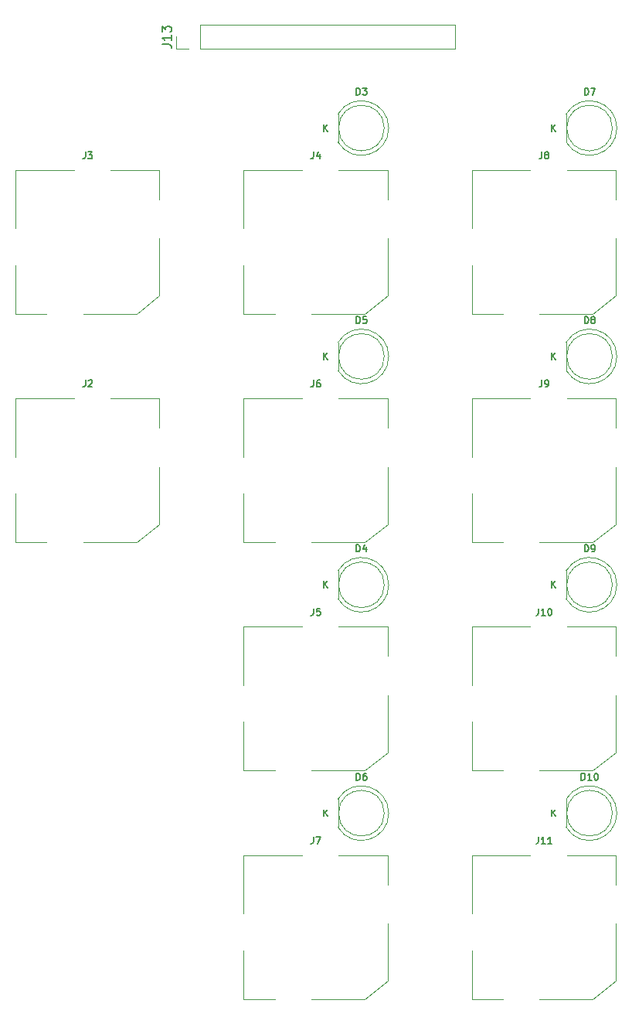
<source format=gto>
G04 #@! TF.GenerationSoftware,KiCad,Pcbnew,(6.0.5)*
G04 #@! TF.CreationDate,2022-11-21T20:26:23-06:00*
G04 #@! TF.ProjectId,KosmoClockMain,4b6f736d-6f43-46c6-9f63-6b4d61696e2e,rev?*
G04 #@! TF.SameCoordinates,Original*
G04 #@! TF.FileFunction,Legend,Top*
G04 #@! TF.FilePolarity,Positive*
%FSLAX46Y46*%
G04 Gerber Fmt 4.6, Leading zero omitted, Abs format (unit mm)*
G04 Created by KiCad (PCBNEW (6.0.5)) date 2022-11-21 20:26:23*
%MOMM*%
%LPD*%
G01*
G04 APERTURE LIST*
G04 Aperture macros list*
%AMRotRect*
0 Rectangle, with rotation*
0 The origin of the aperture is its center*
0 $1 length*
0 $2 width*
0 $3 Rotation angle, in degrees counterclockwise*
0 Add horizontal line*
21,1,$1,$2,0,0,$3*%
G04 Aperture macros list end*
%ADD10C,0.150000*%
%ADD11C,0.120000*%
%ADD12O,4.500001X2.500000*%
%ADD13O,2.500001X4.500001*%
%ADD14RotRect,4.500001X2.500001X45.000000*%
%ADD15O,2.500000X4.500000*%
%ADD16O,4.500000X2.500000*%
%ADD17R,1.800000X1.800000*%
%ADD18C,1.800000*%
%ADD19C,3.200000*%
%ADD20R,1.700000X1.700000*%
%ADD21O,1.700000X1.700000*%
%ADD22R,1.600000X1.600000*%
%ADD23O,1.600000X1.600000*%
%ADD24R,1.500000X1.500000*%
%ADD25C,1.500000*%
%ADD26C,1.600000*%
%ADD27R,2.400000X1.600000*%
%ADD28O,2.400000X1.600000*%
%ADD29R,1.905000X2.000000*%
%ADD30O,1.905000X2.000000*%
%ADD31R,1.727200X1.727200*%
%ADD32O,1.727200X1.727200*%
G04 APERTURE END LIST*
D10*
X162250000Y-115089285D02*
X162250000Y-115625000D01*
X162214285Y-115732142D01*
X162142857Y-115803571D01*
X162035714Y-115839285D01*
X161964285Y-115839285D01*
X162642857Y-115839285D02*
X162785714Y-115839285D01*
X162857142Y-115803571D01*
X162892857Y-115767857D01*
X162964285Y-115660714D01*
X163000000Y-115517857D01*
X163000000Y-115232142D01*
X162964285Y-115160714D01*
X162928571Y-115125000D01*
X162857142Y-115089285D01*
X162714285Y-115089285D01*
X162642857Y-115125000D01*
X162607142Y-115160714D01*
X162571428Y-115232142D01*
X162571428Y-115410714D01*
X162607142Y-115482142D01*
X162642857Y-115517857D01*
X162714285Y-115553571D01*
X162857142Y-115553571D01*
X162928571Y-115517857D01*
X162964285Y-115482142D01*
X163000000Y-115410714D01*
X112250000Y-90089285D02*
X112250000Y-90625000D01*
X112214285Y-90732142D01*
X112142857Y-90803571D01*
X112035714Y-90839285D01*
X111964285Y-90839285D01*
X112535714Y-90089285D02*
X113000000Y-90089285D01*
X112750000Y-90375000D01*
X112857142Y-90375000D01*
X112928571Y-90410714D01*
X112964285Y-90446428D01*
X113000000Y-90517857D01*
X113000000Y-90696428D01*
X112964285Y-90767857D01*
X112928571Y-90803571D01*
X112857142Y-90839285D01*
X112642857Y-90839285D01*
X112571428Y-90803571D01*
X112535714Y-90767857D01*
X162250000Y-90089285D02*
X162250000Y-90625000D01*
X162214285Y-90732142D01*
X162142857Y-90803571D01*
X162035714Y-90839285D01*
X161964285Y-90839285D01*
X162714285Y-90410714D02*
X162642857Y-90375000D01*
X162607142Y-90339285D01*
X162571428Y-90267857D01*
X162571428Y-90232142D01*
X162607142Y-90160714D01*
X162642857Y-90125000D01*
X162714285Y-90089285D01*
X162857142Y-90089285D01*
X162928571Y-90125000D01*
X162964285Y-90160714D01*
X163000000Y-90232142D01*
X163000000Y-90267857D01*
X162964285Y-90339285D01*
X162928571Y-90375000D01*
X162857142Y-90410714D01*
X162714285Y-90410714D01*
X162642857Y-90446428D01*
X162607142Y-90482142D01*
X162571428Y-90553571D01*
X162571428Y-90696428D01*
X162607142Y-90767857D01*
X162642857Y-90803571D01*
X162714285Y-90839285D01*
X162857142Y-90839285D01*
X162928571Y-90803571D01*
X162964285Y-90767857D01*
X163000000Y-90696428D01*
X163000000Y-90553571D01*
X162964285Y-90482142D01*
X162928571Y-90446428D01*
X162857142Y-90410714D01*
X161892857Y-140089285D02*
X161892857Y-140625000D01*
X161857142Y-140732142D01*
X161785714Y-140803571D01*
X161678571Y-140839285D01*
X161607142Y-140839285D01*
X162642857Y-140839285D02*
X162214285Y-140839285D01*
X162428571Y-140839285D02*
X162428571Y-140089285D01*
X162357142Y-140196428D01*
X162285714Y-140267857D01*
X162214285Y-140303571D01*
X163107142Y-140089285D02*
X163178571Y-140089285D01*
X163250000Y-140125000D01*
X163285714Y-140160714D01*
X163321428Y-140232142D01*
X163357142Y-140375000D01*
X163357142Y-140553571D01*
X163321428Y-140696428D01*
X163285714Y-140767857D01*
X163250000Y-140803571D01*
X163178571Y-140839285D01*
X163107142Y-140839285D01*
X163035714Y-140803571D01*
X163000000Y-140767857D01*
X162964285Y-140696428D01*
X162928571Y-140553571D01*
X162928571Y-140375000D01*
X162964285Y-140232142D01*
X163000000Y-140160714D01*
X163035714Y-140125000D01*
X163107142Y-140089285D01*
X137250000Y-140089285D02*
X137250000Y-140625000D01*
X137214285Y-140732142D01*
X137142857Y-140803571D01*
X137035714Y-140839285D01*
X136964285Y-140839285D01*
X137964285Y-140089285D02*
X137607142Y-140089285D01*
X137571428Y-140446428D01*
X137607142Y-140410714D01*
X137678571Y-140375000D01*
X137857142Y-140375000D01*
X137928571Y-140410714D01*
X137964285Y-140446428D01*
X138000000Y-140517857D01*
X138000000Y-140696428D01*
X137964285Y-140767857D01*
X137928571Y-140803571D01*
X137857142Y-140839285D01*
X137678571Y-140839285D01*
X137607142Y-140803571D01*
X137571428Y-140767857D01*
X112250000Y-115089285D02*
X112250000Y-115625000D01*
X112214285Y-115732142D01*
X112142857Y-115803571D01*
X112035714Y-115839285D01*
X111964285Y-115839285D01*
X112571428Y-115160714D02*
X112607142Y-115125000D01*
X112678571Y-115089285D01*
X112857142Y-115089285D01*
X112928571Y-115125000D01*
X112964285Y-115160714D01*
X113000000Y-115232142D01*
X113000000Y-115303571D01*
X112964285Y-115410714D01*
X112535714Y-115839285D01*
X113000000Y-115839285D01*
X137250000Y-165089285D02*
X137250000Y-165625000D01*
X137214285Y-165732142D01*
X137142857Y-165803571D01*
X137035714Y-165839285D01*
X136964285Y-165839285D01*
X137535714Y-165089285D02*
X138035714Y-165089285D01*
X137714285Y-165839285D01*
X137250000Y-115089285D02*
X137250000Y-115625000D01*
X137214285Y-115732142D01*
X137142857Y-115803571D01*
X137035714Y-115839285D01*
X136964285Y-115839285D01*
X137928571Y-115089285D02*
X137785714Y-115089285D01*
X137714285Y-115125000D01*
X137678571Y-115160714D01*
X137607142Y-115267857D01*
X137571428Y-115410714D01*
X137571428Y-115696428D01*
X137607142Y-115767857D01*
X137642857Y-115803571D01*
X137714285Y-115839285D01*
X137857142Y-115839285D01*
X137928571Y-115803571D01*
X137964285Y-115767857D01*
X138000000Y-115696428D01*
X138000000Y-115517857D01*
X137964285Y-115446428D01*
X137928571Y-115410714D01*
X137857142Y-115375000D01*
X137714285Y-115375000D01*
X137642857Y-115410714D01*
X137607142Y-115446428D01*
X137571428Y-115517857D01*
X161892857Y-165089285D02*
X161892857Y-165625000D01*
X161857142Y-165732142D01*
X161785714Y-165803571D01*
X161678571Y-165839285D01*
X161607142Y-165839285D01*
X162642857Y-165839285D02*
X162214285Y-165839285D01*
X162428571Y-165839285D02*
X162428571Y-165089285D01*
X162357142Y-165196428D01*
X162285714Y-165267857D01*
X162214285Y-165303571D01*
X163357142Y-165839285D02*
X162928571Y-165839285D01*
X163142857Y-165839285D02*
X163142857Y-165089285D01*
X163071428Y-165196428D01*
X163000000Y-165267857D01*
X162928571Y-165303571D01*
X137250000Y-90089285D02*
X137250000Y-90625000D01*
X137214285Y-90732142D01*
X137142857Y-90803571D01*
X137035714Y-90839285D01*
X136964285Y-90839285D01*
X137928571Y-90339285D02*
X137928571Y-90839285D01*
X137750000Y-90053571D02*
X137571428Y-90589285D01*
X138035714Y-90589285D01*
X141941428Y-83879285D02*
X141941428Y-83129285D01*
X142120000Y-83129285D01*
X142227142Y-83165000D01*
X142298571Y-83236428D01*
X142334285Y-83307857D01*
X142370000Y-83450714D01*
X142370000Y-83557857D01*
X142334285Y-83700714D01*
X142298571Y-83772142D01*
X142227142Y-83843571D01*
X142120000Y-83879285D01*
X141941428Y-83879285D01*
X142620000Y-83129285D02*
X143084285Y-83129285D01*
X142834285Y-83415000D01*
X142941428Y-83415000D01*
X143012857Y-83450714D01*
X143048571Y-83486428D01*
X143084285Y-83557857D01*
X143084285Y-83736428D01*
X143048571Y-83807857D01*
X143012857Y-83843571D01*
X142941428Y-83879285D01*
X142727142Y-83879285D01*
X142655714Y-83843571D01*
X142620000Y-83807857D01*
X138328571Y-87839285D02*
X138328571Y-87089285D01*
X138757142Y-87839285D02*
X138435714Y-87410714D01*
X138757142Y-87089285D02*
X138328571Y-87517857D01*
X141941428Y-108879285D02*
X141941428Y-108129285D01*
X142120000Y-108129285D01*
X142227142Y-108165000D01*
X142298571Y-108236428D01*
X142334285Y-108307857D01*
X142370000Y-108450714D01*
X142370000Y-108557857D01*
X142334285Y-108700714D01*
X142298571Y-108772142D01*
X142227142Y-108843571D01*
X142120000Y-108879285D01*
X141941428Y-108879285D01*
X143048571Y-108129285D02*
X142691428Y-108129285D01*
X142655714Y-108486428D01*
X142691428Y-108450714D01*
X142762857Y-108415000D01*
X142941428Y-108415000D01*
X143012857Y-108450714D01*
X143048571Y-108486428D01*
X143084285Y-108557857D01*
X143084285Y-108736428D01*
X143048571Y-108807857D01*
X143012857Y-108843571D01*
X142941428Y-108879285D01*
X142762857Y-108879285D01*
X142691428Y-108843571D01*
X142655714Y-108807857D01*
X138328571Y-112839285D02*
X138328571Y-112089285D01*
X138757142Y-112839285D02*
X138435714Y-112410714D01*
X138757142Y-112089285D02*
X138328571Y-112517857D01*
X141941428Y-158879285D02*
X141941428Y-158129285D01*
X142120000Y-158129285D01*
X142227142Y-158165000D01*
X142298571Y-158236428D01*
X142334285Y-158307857D01*
X142370000Y-158450714D01*
X142370000Y-158557857D01*
X142334285Y-158700714D01*
X142298571Y-158772142D01*
X142227142Y-158843571D01*
X142120000Y-158879285D01*
X141941428Y-158879285D01*
X143012857Y-158129285D02*
X142870000Y-158129285D01*
X142798571Y-158165000D01*
X142762857Y-158200714D01*
X142691428Y-158307857D01*
X142655714Y-158450714D01*
X142655714Y-158736428D01*
X142691428Y-158807857D01*
X142727142Y-158843571D01*
X142798571Y-158879285D01*
X142941428Y-158879285D01*
X143012857Y-158843571D01*
X143048571Y-158807857D01*
X143084285Y-158736428D01*
X143084285Y-158557857D01*
X143048571Y-158486428D01*
X143012857Y-158450714D01*
X142941428Y-158415000D01*
X142798571Y-158415000D01*
X142727142Y-158450714D01*
X142691428Y-158486428D01*
X142655714Y-158557857D01*
X138328571Y-162839285D02*
X138328571Y-162089285D01*
X138757142Y-162839285D02*
X138435714Y-162410714D01*
X138757142Y-162089285D02*
X138328571Y-162517857D01*
X120647380Y-78309523D02*
X121361666Y-78309523D01*
X121504523Y-78357142D01*
X121599761Y-78452380D01*
X121647380Y-78595238D01*
X121647380Y-78690476D01*
X121647380Y-77309523D02*
X121647380Y-77880952D01*
X121647380Y-77595238D02*
X120647380Y-77595238D01*
X120790238Y-77690476D01*
X120885476Y-77785714D01*
X120933095Y-77880952D01*
X120647380Y-76976190D02*
X120647380Y-76357142D01*
X121028333Y-76690476D01*
X121028333Y-76547619D01*
X121075952Y-76452380D01*
X121123571Y-76404761D01*
X121218809Y-76357142D01*
X121456904Y-76357142D01*
X121552142Y-76404761D01*
X121599761Y-76452380D01*
X121647380Y-76547619D01*
X121647380Y-76833333D01*
X121599761Y-76928571D01*
X121552142Y-76976190D01*
X166584285Y-158879285D02*
X166584285Y-158129285D01*
X166762857Y-158129285D01*
X166870000Y-158165000D01*
X166941428Y-158236428D01*
X166977142Y-158307857D01*
X167012857Y-158450714D01*
X167012857Y-158557857D01*
X166977142Y-158700714D01*
X166941428Y-158772142D01*
X166870000Y-158843571D01*
X166762857Y-158879285D01*
X166584285Y-158879285D01*
X167727142Y-158879285D02*
X167298571Y-158879285D01*
X167512857Y-158879285D02*
X167512857Y-158129285D01*
X167441428Y-158236428D01*
X167370000Y-158307857D01*
X167298571Y-158343571D01*
X168191428Y-158129285D02*
X168262857Y-158129285D01*
X168334285Y-158165000D01*
X168370000Y-158200714D01*
X168405714Y-158272142D01*
X168441428Y-158415000D01*
X168441428Y-158593571D01*
X168405714Y-158736428D01*
X168370000Y-158807857D01*
X168334285Y-158843571D01*
X168262857Y-158879285D01*
X168191428Y-158879285D01*
X168120000Y-158843571D01*
X168084285Y-158807857D01*
X168048571Y-158736428D01*
X168012857Y-158593571D01*
X168012857Y-158415000D01*
X168048571Y-158272142D01*
X168084285Y-158200714D01*
X168120000Y-158165000D01*
X168191428Y-158129285D01*
X163328571Y-162839285D02*
X163328571Y-162089285D01*
X163757142Y-162839285D02*
X163435714Y-162410714D01*
X163757142Y-162089285D02*
X163328571Y-162517857D01*
X166941428Y-83879285D02*
X166941428Y-83129285D01*
X167120000Y-83129285D01*
X167227142Y-83165000D01*
X167298571Y-83236428D01*
X167334285Y-83307857D01*
X167370000Y-83450714D01*
X167370000Y-83557857D01*
X167334285Y-83700714D01*
X167298571Y-83772142D01*
X167227142Y-83843571D01*
X167120000Y-83879285D01*
X166941428Y-83879285D01*
X167620000Y-83129285D02*
X168120000Y-83129285D01*
X167798571Y-83879285D01*
X163328571Y-87839285D02*
X163328571Y-87089285D01*
X163757142Y-87839285D02*
X163435714Y-87410714D01*
X163757142Y-87089285D02*
X163328571Y-87517857D01*
X166941428Y-133879285D02*
X166941428Y-133129285D01*
X167120000Y-133129285D01*
X167227142Y-133165000D01*
X167298571Y-133236428D01*
X167334285Y-133307857D01*
X167370000Y-133450714D01*
X167370000Y-133557857D01*
X167334285Y-133700714D01*
X167298571Y-133772142D01*
X167227142Y-133843571D01*
X167120000Y-133879285D01*
X166941428Y-133879285D01*
X167727142Y-133879285D02*
X167870000Y-133879285D01*
X167941428Y-133843571D01*
X167977142Y-133807857D01*
X168048571Y-133700714D01*
X168084285Y-133557857D01*
X168084285Y-133272142D01*
X168048571Y-133200714D01*
X168012857Y-133165000D01*
X167941428Y-133129285D01*
X167798571Y-133129285D01*
X167727142Y-133165000D01*
X167691428Y-133200714D01*
X167655714Y-133272142D01*
X167655714Y-133450714D01*
X167691428Y-133522142D01*
X167727142Y-133557857D01*
X167798571Y-133593571D01*
X167941428Y-133593571D01*
X168012857Y-133557857D01*
X168048571Y-133522142D01*
X168084285Y-133450714D01*
X163328571Y-137839285D02*
X163328571Y-137089285D01*
X163757142Y-137839285D02*
X163435714Y-137410714D01*
X163757142Y-137089285D02*
X163328571Y-137517857D01*
X141941428Y-133879285D02*
X141941428Y-133129285D01*
X142120000Y-133129285D01*
X142227142Y-133165000D01*
X142298571Y-133236428D01*
X142334285Y-133307857D01*
X142370000Y-133450714D01*
X142370000Y-133557857D01*
X142334285Y-133700714D01*
X142298571Y-133772142D01*
X142227142Y-133843571D01*
X142120000Y-133879285D01*
X141941428Y-133879285D01*
X143012857Y-133379285D02*
X143012857Y-133879285D01*
X142834285Y-133093571D02*
X142655714Y-133629285D01*
X143120000Y-133629285D01*
X138328571Y-137839285D02*
X138328571Y-137089285D01*
X138757142Y-137839285D02*
X138435714Y-137410714D01*
X138757142Y-137089285D02*
X138328571Y-137517857D01*
X166941428Y-108879285D02*
X166941428Y-108129285D01*
X167120000Y-108129285D01*
X167227142Y-108165000D01*
X167298571Y-108236428D01*
X167334285Y-108307857D01*
X167370000Y-108450714D01*
X167370000Y-108557857D01*
X167334285Y-108700714D01*
X167298571Y-108772142D01*
X167227142Y-108843571D01*
X167120000Y-108879285D01*
X166941428Y-108879285D01*
X167798571Y-108450714D02*
X167727142Y-108415000D01*
X167691428Y-108379285D01*
X167655714Y-108307857D01*
X167655714Y-108272142D01*
X167691428Y-108200714D01*
X167727142Y-108165000D01*
X167798571Y-108129285D01*
X167941428Y-108129285D01*
X168012857Y-108165000D01*
X168048571Y-108200714D01*
X168084285Y-108272142D01*
X168084285Y-108307857D01*
X168048571Y-108379285D01*
X168012857Y-108415000D01*
X167941428Y-108450714D01*
X167798571Y-108450714D01*
X167727142Y-108486428D01*
X167691428Y-108522142D01*
X167655714Y-108593571D01*
X167655714Y-108736428D01*
X167691428Y-108807857D01*
X167727142Y-108843571D01*
X167798571Y-108879285D01*
X167941428Y-108879285D01*
X168012857Y-108843571D01*
X168048571Y-108807857D01*
X168084285Y-108736428D01*
X168084285Y-108593571D01*
X168048571Y-108522142D01*
X168012857Y-108486428D01*
X167941428Y-108450714D01*
X163328571Y-112839285D02*
X163328571Y-112089285D01*
X163757142Y-112839285D02*
X163435714Y-112410714D01*
X163757142Y-112089285D02*
X163328571Y-112517857D01*
D11*
X170350000Y-124600000D02*
X170350000Y-130800000D01*
X154600000Y-117100000D02*
X161000000Y-117100000D01*
X170350000Y-130850000D02*
X167850000Y-132850000D01*
X165000000Y-117100000D02*
X170350000Y-117100000D01*
X158000000Y-132850000D02*
X154600000Y-132850000D01*
X167850000Y-132850000D02*
X162000000Y-132850000D01*
X170350000Y-117100000D02*
X170350000Y-120300000D01*
X170350000Y-130800000D02*
X170350000Y-130850000D01*
X154600000Y-123500000D02*
X154600000Y-117100000D01*
X154600000Y-132850000D02*
X154600000Y-127500000D01*
X120350000Y-99600000D02*
X120350000Y-105800000D01*
X104600000Y-92100000D02*
X111000000Y-92100000D01*
X120350000Y-105850000D02*
X117850000Y-107850000D01*
X115000000Y-92100000D02*
X120350000Y-92100000D01*
X108000000Y-107850000D02*
X104600000Y-107850000D01*
X117850000Y-107850000D02*
X112000000Y-107850000D01*
X120350000Y-92100000D02*
X120350000Y-95300000D01*
X120350000Y-105800000D02*
X120350000Y-105850000D01*
X104600000Y-98500000D02*
X104600000Y-92100000D01*
X104600000Y-107850000D02*
X104600000Y-102500000D01*
X170350000Y-99600000D02*
X170350000Y-105800000D01*
X154600000Y-92100000D02*
X161000000Y-92100000D01*
X170350000Y-105850000D02*
X167850000Y-107850000D01*
X165000000Y-92100000D02*
X170350000Y-92100000D01*
X158000000Y-107850000D02*
X154600000Y-107850000D01*
X167850000Y-107850000D02*
X162000000Y-107850000D01*
X170350000Y-92100000D02*
X170350000Y-95300000D01*
X170350000Y-105800000D02*
X170350000Y-105850000D01*
X154600000Y-98500000D02*
X154600000Y-92100000D01*
X154600000Y-107850000D02*
X154600000Y-102500000D01*
X170350000Y-149600000D02*
X170350000Y-155800000D01*
X154600000Y-142100000D02*
X161000000Y-142100000D01*
X170350000Y-155850000D02*
X167850000Y-157850000D01*
X165000000Y-142100000D02*
X170350000Y-142100000D01*
X158000000Y-157850000D02*
X154600000Y-157850000D01*
X167850000Y-157850000D02*
X162000000Y-157850000D01*
X170350000Y-142100000D02*
X170350000Y-145300000D01*
X170350000Y-155800000D02*
X170350000Y-155850000D01*
X154600000Y-148500000D02*
X154600000Y-142100000D01*
X154600000Y-157850000D02*
X154600000Y-152500000D01*
X145350000Y-149600000D02*
X145350000Y-155800000D01*
X129600000Y-142100000D02*
X136000000Y-142100000D01*
X145350000Y-155850000D02*
X142850000Y-157850000D01*
X140000000Y-142100000D02*
X145350000Y-142100000D01*
X133000000Y-157850000D02*
X129600000Y-157850000D01*
X142850000Y-157850000D02*
X137000000Y-157850000D01*
X145350000Y-142100000D02*
X145350000Y-145300000D01*
X145350000Y-155800000D02*
X145350000Y-155850000D01*
X129600000Y-148500000D02*
X129600000Y-142100000D01*
X129600000Y-157850000D02*
X129600000Y-152500000D01*
X120350000Y-124600000D02*
X120350000Y-130800000D01*
X104600000Y-117100000D02*
X111000000Y-117100000D01*
X120350000Y-130850000D02*
X117850000Y-132850000D01*
X115000000Y-117100000D02*
X120350000Y-117100000D01*
X108000000Y-132850000D02*
X104600000Y-132850000D01*
X117850000Y-132850000D02*
X112000000Y-132850000D01*
X120350000Y-117100000D02*
X120350000Y-120300000D01*
X120350000Y-130800000D02*
X120350000Y-130850000D01*
X104600000Y-123500000D02*
X104600000Y-117100000D01*
X104600000Y-132850000D02*
X104600000Y-127500000D01*
X145350000Y-174600000D02*
X145350000Y-180800000D01*
X129600000Y-167100000D02*
X136000000Y-167100000D01*
X145350000Y-180850000D02*
X142850000Y-182850000D01*
X140000000Y-167100000D02*
X145350000Y-167100000D01*
X133000000Y-182850000D02*
X129600000Y-182850000D01*
X142850000Y-182850000D02*
X137000000Y-182850000D01*
X145350000Y-167100000D02*
X145350000Y-170300000D01*
X145350000Y-180800000D02*
X145350000Y-180850000D01*
X129600000Y-173500000D02*
X129600000Y-167100000D01*
X129600000Y-182850000D02*
X129600000Y-177500000D01*
X145350000Y-124600000D02*
X145350000Y-130800000D01*
X129600000Y-117100000D02*
X136000000Y-117100000D01*
X145350000Y-130850000D02*
X142850000Y-132850000D01*
X140000000Y-117100000D02*
X145350000Y-117100000D01*
X133000000Y-132850000D02*
X129600000Y-132850000D01*
X142850000Y-132850000D02*
X137000000Y-132850000D01*
X145350000Y-117100000D02*
X145350000Y-120300000D01*
X145350000Y-130800000D02*
X145350000Y-130850000D01*
X129600000Y-123500000D02*
X129600000Y-117100000D01*
X129600000Y-132850000D02*
X129600000Y-127500000D01*
X170350000Y-174600000D02*
X170350000Y-180800000D01*
X154600000Y-167100000D02*
X161000000Y-167100000D01*
X170350000Y-180850000D02*
X167850000Y-182850000D01*
X165000000Y-167100000D02*
X170350000Y-167100000D01*
X158000000Y-182850000D02*
X154600000Y-182850000D01*
X167850000Y-182850000D02*
X162000000Y-182850000D01*
X170350000Y-167100000D02*
X170350000Y-170300000D01*
X170350000Y-180800000D02*
X170350000Y-180850000D01*
X154600000Y-173500000D02*
X154600000Y-167100000D01*
X154600000Y-182850000D02*
X154600000Y-177500000D01*
X145350000Y-99600000D02*
X145350000Y-105800000D01*
X129600000Y-92100000D02*
X136000000Y-92100000D01*
X145350000Y-105850000D02*
X142850000Y-107850000D01*
X140000000Y-92100000D02*
X145350000Y-92100000D01*
X133000000Y-107850000D02*
X129600000Y-107850000D01*
X142850000Y-107850000D02*
X137000000Y-107850000D01*
X145350000Y-92100000D02*
X145350000Y-95300000D01*
X145350000Y-105800000D02*
X145350000Y-105850000D01*
X129600000Y-98500000D02*
X129600000Y-92100000D01*
X129600000Y-107850000D02*
X129600000Y-102500000D01*
X139935000Y-85955000D02*
X139935000Y-89045000D01*
X145485000Y-87500462D02*
G75*
G03*
X139935000Y-85955170I-2990000J462D01*
G01*
X139935000Y-89044830D02*
G75*
G03*
X145485000Y-87499538I2560000J1544830D01*
G01*
X144995000Y-87500000D02*
G75*
G03*
X144995000Y-87500000I-2500000J0D01*
G01*
X139935000Y-110955000D02*
X139935000Y-114045000D01*
X145485000Y-112500462D02*
G75*
G03*
X139935000Y-110955170I-2990000J462D01*
G01*
X139935000Y-114044830D02*
G75*
G03*
X145485000Y-112499538I2560000J1544830D01*
G01*
X144995000Y-112500000D02*
G75*
G03*
X144995000Y-112500000I-2500000J0D01*
G01*
X139935000Y-160955000D02*
X139935000Y-164045000D01*
X139935000Y-164044830D02*
G75*
G03*
X145485000Y-162499538I2560000J1544830D01*
G01*
X145485000Y-162500462D02*
G75*
G03*
X139935000Y-160955170I-2990000J462D01*
G01*
X144995000Y-162500000D02*
G75*
G03*
X144995000Y-162500000I-2500000J0D01*
G01*
X124795000Y-76170000D02*
X152795000Y-76170000D01*
X124795000Y-78830000D02*
X152795000Y-78830000D01*
X122195000Y-78830000D02*
X122195000Y-77500000D01*
X124795000Y-78830000D02*
X124795000Y-76170000D01*
X123525000Y-78830000D02*
X122195000Y-78830000D01*
X152795000Y-78830000D02*
X152795000Y-76170000D01*
X164935000Y-160955000D02*
X164935000Y-164045000D01*
X170485000Y-162500462D02*
G75*
G03*
X164935000Y-160955170I-2990000J462D01*
G01*
X164935000Y-164044830D02*
G75*
G03*
X170485000Y-162499538I2560000J1544830D01*
G01*
X169995000Y-162500000D02*
G75*
G03*
X169995000Y-162500000I-2500000J0D01*
G01*
X164935000Y-85955000D02*
X164935000Y-89045000D01*
X164935000Y-89044830D02*
G75*
G03*
X170485000Y-87499538I2560000J1544830D01*
G01*
X170485000Y-87500462D02*
G75*
G03*
X164935000Y-85955170I-2990000J462D01*
G01*
X169995000Y-87500000D02*
G75*
G03*
X169995000Y-87500000I-2500000J0D01*
G01*
X164935000Y-135955000D02*
X164935000Y-139045000D01*
X170485000Y-137500462D02*
G75*
G03*
X164935000Y-135955170I-2990000J462D01*
G01*
X164935000Y-139044830D02*
G75*
G03*
X170485000Y-137499538I2560000J1544830D01*
G01*
X169995000Y-137500000D02*
G75*
G03*
X169995000Y-137500000I-2500000J0D01*
G01*
X139935000Y-135955000D02*
X139935000Y-139045000D01*
X145485000Y-137500462D02*
G75*
G03*
X139935000Y-135955170I-2990000J462D01*
G01*
X139935000Y-139044830D02*
G75*
G03*
X145485000Y-137499538I2560000J1544830D01*
G01*
X144995000Y-137500000D02*
G75*
G03*
X144995000Y-137500000I-2500000J0D01*
G01*
X164935000Y-110955000D02*
X164935000Y-114045000D01*
X170485000Y-112500462D02*
G75*
G03*
X164935000Y-110955170I-2990000J462D01*
G01*
X164935000Y-114044830D02*
G75*
G03*
X170485000Y-112499538I2560000J1544830D01*
G01*
X169995000Y-112500000D02*
G75*
G03*
X169995000Y-112500000I-2500000J0D01*
G01*
%LPC*%
D12*
X163000000Y-118600000D03*
D13*
X168900000Y-122500000D03*
D14*
X167240000Y-129740000D03*
D15*
X156100000Y-125500000D03*
D16*
X160000000Y-131400000D03*
D12*
X113000000Y-93600000D03*
D13*
X118900000Y-97500000D03*
D14*
X117240000Y-104740000D03*
D15*
X106100000Y-100500000D03*
D16*
X110000000Y-106400000D03*
D12*
X163000000Y-93600000D03*
D13*
X168900000Y-97500000D03*
D14*
X167240000Y-104740000D03*
D15*
X156100000Y-100500000D03*
D16*
X160000000Y-106400000D03*
D12*
X163000000Y-143600000D03*
D13*
X168900000Y-147500000D03*
D14*
X167240000Y-154740000D03*
D15*
X156100000Y-150500000D03*
D16*
X160000000Y-156400000D03*
D12*
X138000000Y-143600000D03*
D13*
X143900000Y-147500000D03*
D14*
X142240000Y-154740000D03*
D15*
X131100000Y-150500000D03*
D16*
X135000000Y-156400000D03*
D12*
X113000000Y-118600000D03*
D13*
X118900000Y-122500000D03*
D14*
X117240000Y-129740000D03*
D15*
X106100000Y-125500000D03*
D16*
X110000000Y-131400000D03*
D12*
X138000000Y-168600000D03*
D13*
X143900000Y-172500000D03*
D14*
X142240000Y-179740000D03*
D15*
X131100000Y-175500000D03*
D16*
X135000000Y-181400000D03*
D12*
X138000000Y-118600000D03*
D13*
X143900000Y-122500000D03*
D14*
X142240000Y-129740000D03*
D15*
X131100000Y-125500000D03*
D16*
X135000000Y-131400000D03*
D12*
X163000000Y-168600000D03*
D13*
X168900000Y-172500000D03*
D14*
X167240000Y-179740000D03*
D15*
X156100000Y-175500000D03*
D16*
X160000000Y-181400000D03*
D12*
X138000000Y-93600000D03*
D13*
X143900000Y-97500000D03*
D14*
X142240000Y-104740000D03*
D15*
X131100000Y-100500000D03*
D16*
X135000000Y-106400000D03*
D17*
X141225000Y-87500000D03*
D18*
X143765000Y-87500000D03*
D19*
X112500000Y-25000000D03*
D17*
X141225000Y-112500000D03*
D18*
X143765000Y-112500000D03*
D19*
X162500000Y-75000000D03*
D17*
X141225000Y-162500000D03*
D18*
X143765000Y-162500000D03*
D20*
X123525000Y-77500000D03*
D21*
X126065000Y-77500000D03*
X128605000Y-77500000D03*
X131145000Y-77500000D03*
X133685000Y-77500000D03*
X136225000Y-77500000D03*
X138765000Y-77500000D03*
X141305000Y-77500000D03*
X143845000Y-77500000D03*
X146385000Y-77500000D03*
X148925000Y-77500000D03*
X151465000Y-77500000D03*
D17*
X166225000Y-162500000D03*
D18*
X168765000Y-162500000D03*
D17*
X166225000Y-87500000D03*
D18*
X168765000Y-87500000D03*
D17*
X166225000Y-137500000D03*
D18*
X168765000Y-137500000D03*
D17*
X141225000Y-137500000D03*
D18*
X143765000Y-137500000D03*
D17*
X166225000Y-112500000D03*
D18*
X168765000Y-112500000D03*
D22*
X127810000Y-67000000D03*
D23*
X120190000Y-67000000D03*
D24*
X152040000Y-72360000D03*
D25*
X149500000Y-72360000D03*
X146960000Y-72360000D03*
D22*
X152810000Y-67000000D03*
D23*
X145190000Y-67000000D03*
D26*
X130920000Y-26000000D03*
D23*
X141080000Y-26000000D03*
D26*
X130920000Y-71500000D03*
D23*
X141080000Y-71500000D03*
D26*
X141080000Y-64500000D03*
D23*
X130920000Y-64500000D03*
D26*
X166080000Y-33000000D03*
D23*
X155920000Y-33000000D03*
D22*
X120000000Y-141500000D03*
D26*
X117500000Y-141500000D03*
X126420000Y-112500000D03*
D23*
X136580000Y-112500000D03*
D26*
X141080000Y-57500000D03*
D23*
X130920000Y-57500000D03*
D26*
X116317600Y-148000000D03*
D23*
X126317600Y-148000000D03*
D27*
X117000000Y-69500000D03*
D28*
X117000000Y-72040000D03*
X117000000Y-74580000D03*
X117000000Y-77120000D03*
X117000000Y-79660000D03*
X117000000Y-82200000D03*
X117000000Y-84740000D03*
X117000000Y-87280000D03*
X109380000Y-87280000D03*
X109380000Y-84740000D03*
X109380000Y-82200000D03*
X109380000Y-79660000D03*
X109380000Y-77120000D03*
X109380000Y-74580000D03*
X109380000Y-72040000D03*
X109380000Y-69500000D03*
D26*
X155920000Y-61000000D03*
D23*
X166080000Y-61000000D03*
D26*
X126420000Y-162500000D03*
D23*
X136580000Y-162500000D03*
D26*
X130920000Y-33000000D03*
D23*
X141080000Y-33000000D03*
D29*
X117500000Y-171500000D03*
D30*
X114960000Y-171500000D03*
X112420000Y-171500000D03*
D26*
X166080000Y-26000000D03*
D23*
X155920000Y-26000000D03*
D26*
X151420000Y-162500000D03*
D23*
X161580000Y-162500000D03*
D26*
X155920000Y-71500000D03*
D23*
X166080000Y-71500000D03*
D26*
X125920000Y-137500000D03*
D23*
X136080000Y-137500000D03*
D26*
X141080000Y-22500000D03*
D23*
X130920000Y-22500000D03*
D26*
X166080000Y-57500000D03*
D23*
X155920000Y-57500000D03*
D26*
X116317600Y-153000000D03*
D23*
X126317600Y-153000000D03*
D26*
X156500000Y-54000000D03*
X161500000Y-54000000D03*
X141080000Y-68000000D03*
D23*
X130920000Y-68000000D03*
D26*
X155920000Y-64500000D03*
D23*
X166080000Y-64500000D03*
D26*
X155920000Y-40000000D03*
D23*
X166080000Y-40000000D03*
D26*
X126420000Y-87500000D03*
D23*
X136580000Y-87500000D03*
D26*
X141080000Y-61000000D03*
D23*
X130920000Y-61000000D03*
D26*
X166080000Y-68000000D03*
D23*
X155920000Y-68000000D03*
D26*
X115500000Y-66000000D03*
X110500000Y-66000000D03*
X141080000Y-47000000D03*
D23*
X130920000Y-47000000D03*
D26*
X140500000Y-29500000D03*
X135500000Y-29500000D03*
X151920000Y-137500000D03*
D23*
X162080000Y-137500000D03*
D26*
X141080000Y-43500000D03*
D23*
X130920000Y-43500000D03*
D26*
X151420000Y-112500000D03*
D23*
X161580000Y-112500000D03*
D27*
X152300000Y-46375000D03*
D28*
X152300000Y-48915000D03*
X152300000Y-51455000D03*
X152300000Y-53995000D03*
X152300000Y-56535000D03*
X152300000Y-59075000D03*
X152300000Y-61615000D03*
X144680000Y-61615000D03*
X144680000Y-59075000D03*
X144680000Y-56535000D03*
X144680000Y-53995000D03*
X144680000Y-51455000D03*
X144680000Y-48915000D03*
X144680000Y-46375000D03*
D26*
X130920000Y-50500000D03*
D23*
X141080000Y-50500000D03*
D26*
X141080000Y-19000000D03*
D23*
X130920000Y-19000000D03*
D26*
X151420000Y-87500000D03*
D23*
X161580000Y-87500000D03*
D26*
X141080000Y-40000000D03*
D23*
X130920000Y-40000000D03*
D22*
X117817600Y-160000000D03*
D26*
X120317600Y-160000000D03*
D27*
X152300000Y-21875000D03*
D28*
X152300000Y-24415000D03*
X152300000Y-26955000D03*
X152300000Y-29495000D03*
X152300000Y-32035000D03*
X152300000Y-34575000D03*
X152300000Y-37115000D03*
X144680000Y-37115000D03*
X144680000Y-34575000D03*
X144680000Y-32035000D03*
X144680000Y-29495000D03*
X144680000Y-26955000D03*
X144680000Y-24415000D03*
X144680000Y-21875000D03*
D26*
X166080000Y-22500000D03*
D23*
X155920000Y-22500000D03*
D26*
X166080000Y-50500000D03*
D23*
X155920000Y-50500000D03*
D26*
X166080000Y-47000000D03*
D23*
X155920000Y-47000000D03*
D24*
X126540000Y-72360000D03*
D25*
X124000000Y-72360000D03*
X121460000Y-72360000D03*
D26*
X156500000Y-29500000D03*
X161500000Y-29500000D03*
X140500000Y-54000000D03*
X135500000Y-54000000D03*
D22*
X123000000Y-21000000D03*
D23*
X123000000Y-23540000D03*
X123000000Y-26080000D03*
X123000000Y-28620000D03*
X123000000Y-31160000D03*
X123000000Y-33700000D03*
X123000000Y-36240000D03*
X123000000Y-38780000D03*
X123000000Y-41320000D03*
X123000000Y-43860000D03*
X123000000Y-46400000D03*
X123000000Y-48940000D03*
X123000000Y-51480000D03*
X123000000Y-54020000D03*
X123000000Y-56560000D03*
X107760000Y-56560000D03*
X107760000Y-54020000D03*
X107760000Y-51480000D03*
X107760000Y-48940000D03*
X107760000Y-46400000D03*
X107760000Y-43860000D03*
X107760000Y-41320000D03*
X107760000Y-38780000D03*
X107760000Y-36240000D03*
X107760000Y-33700000D03*
X107760000Y-31160000D03*
X107760000Y-28620000D03*
X107760000Y-26080000D03*
X107760000Y-23540000D03*
X107760000Y-21000000D03*
D26*
X141080000Y-36500000D03*
D23*
X130920000Y-36500000D03*
D26*
X155920000Y-19000000D03*
D23*
X166080000Y-19000000D03*
D31*
X108047600Y-155580000D03*
D32*
X110587600Y-155580000D03*
X108047600Y-153040000D03*
X110587600Y-153040000D03*
X108047600Y-150500000D03*
X110587600Y-150500000D03*
X108047600Y-147960000D03*
X110587600Y-147960000D03*
X108047600Y-145420000D03*
X110587600Y-145420000D03*
D26*
X155920000Y-43500000D03*
D23*
X166080000Y-43500000D03*
D26*
X166080000Y-36500000D03*
D23*
X155920000Y-36500000D03*
M02*

</source>
